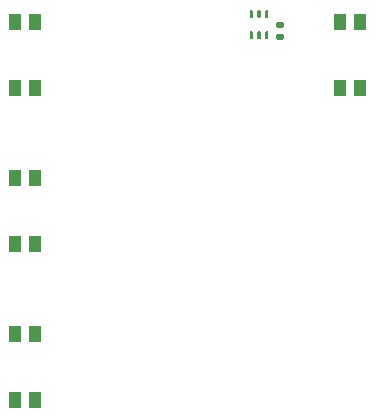
<source format=gbp>
G04 #@! TF.GenerationSoftware,KiCad,Pcbnew,(5.1.9)-1*
G04 #@! TF.CreationDate,2021-05-12T11:04:24-07:00*
G04 #@! TF.ProjectId,Watchy,57617463-6879-42e6-9b69-6361645f7063,rev?*
G04 #@! TF.SameCoordinates,Original*
G04 #@! TF.FileFunction,Paste,Bot*
G04 #@! TF.FilePolarity,Positive*
%FSLAX46Y46*%
G04 Gerber Fmt 4.6, Leading zero omitted, Abs format (unit mm)*
G04 Created by KiCad (PCBNEW (5.1.9)-1) date 2021-05-12 11:04:24*
%MOMM*%
%LPD*%
G01*
G04 APERTURE LIST*
%ADD10R,1.000000X1.400000*%
G04 APERTURE END LIST*
G36*
G01*
X94507000Y-78152000D02*
X94877000Y-78152000D01*
G75*
G02*
X95012000Y-78287000I0J-135000D01*
G01*
X95012000Y-78557000D01*
G75*
G02*
X94877000Y-78692000I-135000J0D01*
G01*
X94507000Y-78692000D01*
G75*
G02*
X94372000Y-78557000I0J135000D01*
G01*
X94372000Y-78287000D01*
G75*
G02*
X94507000Y-78152000I135000J0D01*
G01*
G37*
G36*
G01*
X94507000Y-77132000D02*
X94877000Y-77132000D01*
G75*
G02*
X95012000Y-77267000I0J-135000D01*
G01*
X95012000Y-77537000D01*
G75*
G02*
X94877000Y-77672000I-135000J0D01*
G01*
X94507000Y-77672000D01*
G75*
G02*
X94372000Y-77537000I0J135000D01*
G01*
X94372000Y-77267000D01*
G75*
G02*
X94507000Y-77132000I135000J0D01*
G01*
G37*
G36*
G01*
X93628000Y-78598000D02*
X93478000Y-78598000D01*
G75*
G02*
X93403000Y-78523000I0J75000D01*
G01*
X93403000Y-78023000D01*
G75*
G02*
X93478000Y-77948000I75000J0D01*
G01*
X93628000Y-77948000D01*
G75*
G02*
X93703000Y-78023000I0J-75000D01*
G01*
X93703000Y-78523000D01*
G75*
G02*
X93628000Y-78598000I-75000J0D01*
G01*
G37*
G36*
G01*
X92978000Y-78598000D02*
X92828000Y-78598000D01*
G75*
G02*
X92753000Y-78523000I0J75000D01*
G01*
X92753000Y-78023000D01*
G75*
G02*
X92828000Y-77948000I75000J0D01*
G01*
X92978000Y-77948000D01*
G75*
G02*
X93053000Y-78023000I0J-75000D01*
G01*
X93053000Y-78523000D01*
G75*
G02*
X92978000Y-78598000I-75000J0D01*
G01*
G37*
G36*
G01*
X92328000Y-78598000D02*
X92178000Y-78598000D01*
G75*
G02*
X92103000Y-78523000I0J75000D01*
G01*
X92103000Y-78023000D01*
G75*
G02*
X92178000Y-77948000I75000J0D01*
G01*
X92328000Y-77948000D01*
G75*
G02*
X92403000Y-78023000I0J-75000D01*
G01*
X92403000Y-78523000D01*
G75*
G02*
X92328000Y-78598000I-75000J0D01*
G01*
G37*
G36*
G01*
X92328000Y-76798000D02*
X92178000Y-76798000D01*
G75*
G02*
X92103000Y-76723000I0J75000D01*
G01*
X92103000Y-76223000D01*
G75*
G02*
X92178000Y-76148000I75000J0D01*
G01*
X92328000Y-76148000D01*
G75*
G02*
X92403000Y-76223000I0J-75000D01*
G01*
X92403000Y-76723000D01*
G75*
G02*
X92328000Y-76798000I-75000J0D01*
G01*
G37*
G36*
G01*
X92978000Y-76798000D02*
X92828000Y-76798000D01*
G75*
G02*
X92753000Y-76723000I0J75000D01*
G01*
X92753000Y-76223000D01*
G75*
G02*
X92828000Y-76148000I75000J0D01*
G01*
X92978000Y-76148000D01*
G75*
G02*
X93053000Y-76223000I0J-75000D01*
G01*
X93053000Y-76723000D01*
G75*
G02*
X92978000Y-76798000I-75000J0D01*
G01*
G37*
G36*
G01*
X93628000Y-76798000D02*
X93478000Y-76798000D01*
G75*
G02*
X93403000Y-76723000I0J75000D01*
G01*
X93403000Y-76223000D01*
G75*
G02*
X93478000Y-76148000I75000J0D01*
G01*
X93628000Y-76148000D01*
G75*
G02*
X93703000Y-76223000I0J-75000D01*
G01*
X93703000Y-76723000D01*
G75*
G02*
X93628000Y-76798000I-75000J0D01*
G01*
G37*
D10*
X72230000Y-77130000D03*
X72230000Y-82730000D03*
X73930000Y-77130000D03*
X73930000Y-82730000D03*
X72230000Y-103530000D03*
X72230000Y-109130000D03*
X73930000Y-103530000D03*
X73930000Y-109130000D03*
X72230000Y-90330000D03*
X72230000Y-95930000D03*
X73930000Y-90330000D03*
X73930000Y-95930000D03*
X101470000Y-82730000D03*
X101470000Y-77130000D03*
X99770000Y-82730000D03*
X99770000Y-77130000D03*
M02*

</source>
